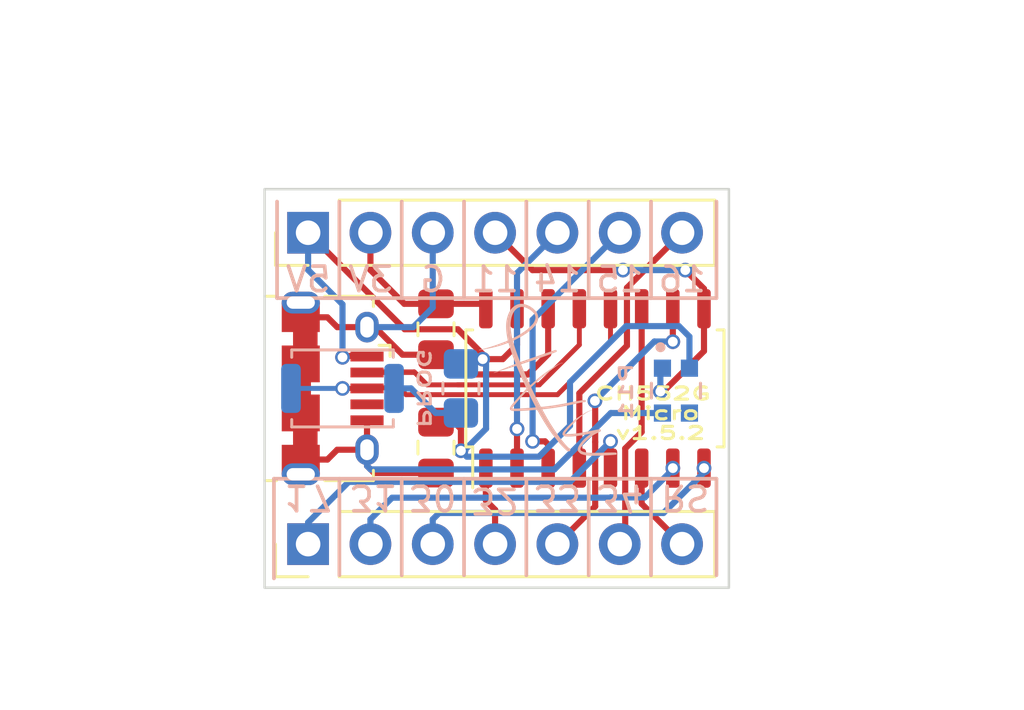
<source format=kicad_pcb>
(kicad_pcb (version 20211014) (generator pcbnew)
  (layers (0 "F.Cu" signal) (31 "B.Cu" signal) (34 "B.Paste" user) (35 "F.Paste" user) (36 "B.SilkS" user "B.Silkscreen") (37 "F.SilkS" user "F.Silkscreen") (38 "B.Mask" user) (39 "F.Mask" user) (44 "Edge.Cuts" user))
  (net 0 "")
  (net 1 "GND")
  (net 2 "VCC")
  (net 3 "+3V3")
  (net 4 "D-")
  (net 5 "D+")
  (net 7 "P1.1")
  (net 8 "P1.4")
  (net 9 "P1.5")
  (net 10 "P1.6")
  (net 11 "P1.7")
  (net 12 "P3.1")
  (net 13 "P3.0")
  (net 14 "P3.2")
  (net 15 "P3.3")
  (net 16 "P3.4")
  (net 17 "RST")
  (net 18 "Net-(R2-Pad2)")
  (footprint "Connector_USB:USB_Micro-B_Amphenol_10118194_Horizontal" (layer "F.Cu") (at 131.552 69.215 -90)
    (fp_text reference "J1" hide)
    (fp_text value "USB_B_Micro")
    (fp_line (start 3.76 2.29) (end 3.76 2.69) (layer "F.SilkS") (width 0.12))
    (fp_line (start 3.76 0.32) (end 3.76 -1.66) (layer "F.SilkS") (width 0.12))
    (fp_line (start -3.76 0.32) (end -3.76 -1.66) (layer "F.SilkS") (width 0.12))
    (fp_line (start -3.76 -1.66) (end -3.34 -1.66) (layer "F.SilkS") (width 0.12))
    (fp_line (start -1.76 -1.89) (end -1.76 -2.34) (layer "F.SilkS") (width 0.12))
    (fp_line (start -3.76 2.69) (end -3.76 2.29) (layer "F.SilkS") (width 0.12))
    (fp_line (start 3.76 -1.66) (end 3.34 -1.66) (layer "F.SilkS") (width 0.12))
    (fp_line (start -1.31 -2.34) (end -1.76 -2.34) (layer "F.SilkS") (width 0.12))
    (pad "1" smd rect (at -1.3 -1.4 270) (size 0.4 1.35) (layers "F.Cu" "F.Paste" "F.Mask") (net 2 "VCC"))
    (pad "2" smd rect (at -0.65 -1.4 270) (size 0.4 1.35) (layers "F.Cu" "F.Paste" "F.Mask") (net 4 "D-"))
    (pad "3" smd rect (at 0 -1.4 270) (size 0.4 1.35) (layers "F.Cu" "F.Paste" "F.Mask") (net 5 "D+"))
    (pad "4" smd rect (at 0.65 -1.4 270) (size 0.4 1.35) (layers "F.Cu" "F.Paste" "F.Mask"))
    (pad "5" smd rect (at 1.3 -1.4 270) (size 0.4 1.35) (layers "F.Cu" "F.Paste" "F.Mask") (net 1 "GND"))
    (pad "6" smd rect (at -1 1.3 270) (size 1.5 1.55) (layers "F.Cu" "F.Paste" "F.Mask") (net 1 "GND"))
    (pad "6" thru_hole oval (at 3.5 1.3 270) (size 0.89 1.55) (drill oval 0.5 1.15) (layers *.Cu *.Mask) (net 1 "GND"))
    (pad "6" smd rect (at 1 1.3 270) (size 1.5 1.55) (layers "F.Cu" "F.Paste" "F.Mask") (net 1 "GND"))
    (pad "6" thru_hole oval (at 2.5 -1.4 270) (size 1.25 0.95) (drill oval 0.85 0.55) (layers *.Cu *.Mask) (net 1 "GND"))
    (pad "6" thru_hole oval (at -2.5 -1.4 270) (size 1.25 0.95) (drill oval 0.85 0.55) (layers *.Cu *.Mask) (net 1 "GND"))
    (pad "6" smd rect (at 2.9 1.3 270) (size 1.2 1.55) (layers "F.Cu" "F.Paste" "F.Mask") (net 1 "GND"))
    (pad "6" thru_hole oval (at -3.5 1.3 270) (size 0.89 1.55) (drill oval 0.5 1.15) (layers *.Cu *.Mask) (net 1 "GND"))
    (pad "6" smd rect (at -2.9 1.3 270) (size 1.2 1.55) (layers "F.Cu" "F.Paste" "F.Mask") (net 1 "GND"))
  )
  (footprint "Connector_PinHeader_2.54mm:PinHeader_1x07_P2.54mm_Vertical" (layer "F.Cu") (at 130.551 62.865 90)
    (fp_text reference "J2" hide)
    (fp_text value "Conn_01x07_Male")
    (fp_line (start -1.33 0) (end -1.33 -1.33) (layer "F.SilkS") (width 0.12))
    (fp_line (start 1.33 1.27) (end 1.33 16.57) (layer "F.SilkS") (width 0.12))
    (fp_line (start -1.33 -1.33) (end 0 -1.33) (layer "F.SilkS") (width 0.12))
    (fp_line (start -1.33 1.27) (end 1.33 1.27) (layer "F.SilkS") (width 0.12))
    (fp_line (start -1.33 1.27) (end -1.33 16.57) (layer "F.SilkS") (width 0.12))
    (fp_line (start -1.33 16.57) (end 1.33 16.57) (layer "F.SilkS") (width 0.12))
    (pad "1" thru_hole rect (at 0 0 90) (size 1.7 1.7) (drill 1) (layers *.Cu *.Mask) (net 2 "VCC"))
    (pad "2" thru_hole oval (at 0 2.54 90) (size 1.7 1.7) (drill 1) (layers *.Cu *.Mask) (net 3 "+3V3"))
    (pad "3" thru_hole oval (at 0 5.08 90) (size 1.7 1.7) (drill 1) (layers *.Cu *.Mask) (net 1 "GND"))
    (pad "4" thru_hole oval (at 0 7.62 90) (size 1.7 1.7) (drill 1) (layers *.Cu *.Mask) (net 7 "P1.1"))
    (pad "5" thru_hole oval (at 0 10.16 90) (size 1.7 1.7) (drill 1) (layers *.Cu *.Mask) (net 8 "P1.4"))
    (pad "6" thru_hole oval (at 0 12.7 90) (size 1.7 1.7) (drill 1) (layers *.Cu *.Mask) (net 9 "P1.5"))
    (pad "7" thru_hole oval (at 0 15.24 90) (size 1.7 1.7) (drill 1) (layers *.Cu *.Mask) (net 10 "P1.6"))
  )
  (footprint "Capacitor_SMD:C_0805_2012Metric_Pad1.18x1.45mm_HandSolder" (layer "F.Cu") (at 135.763 66.802 90)
    (fp_text reference "C2" hide)
    (fp_text value "0.1u")
    (fp_line (start -0.261252 0.735) (end 0.261252 0.735) (layer "F.SilkS") (width 0.12))
    (fp_line (start -0.261252 -0.735) (end 0.261252 -0.735) (layer "F.SilkS") (width 0.12))
    (pad "1" smd roundrect (at -1.0375 0 90) (size 1.175 1.45) (layers "F.Cu" "F.Paste" "F.Mask") (roundrect_rratio 0.2127659574) (net 1 "GND"))
    (pad "2" smd roundrect (at 1.0375 0 90) (size 1.175 1.45) (layers "F.Cu" "F.Paste" "F.Mask") (roundrect_rratio 0.2127659574) (net 3 "+3V3"))
  )
  (footprint "Package_SO:SOIC-16_4.55x10.3mm_P1.27mm" (layer "F.Cu") (at 142.24 69.215 90)
    (fp_text reference "U1" hide)
    (fp_text value "CH552G")
    (fp_line (start -2.385 5.26) (end -2.385 4.98) (layer "F.SilkS") (width 0.12))
    (fp_line (start 0 -5.26) (end 2.385 -5.26) (layer "F.SilkS") (width 0.12))
    (fp_line (start 0 -5.26) (end -2.385 -5.26) (layer "F.SilkS") (width 0.12))
    (fp_line (start 2.385 5.26) (end 2.385 4.98) (layer "F.SilkS") (width 0.12))
    (fp_line (start 0 5.26) (end -2.385 5.26) (layer "F.SilkS") (width 0.12))
    (fp_line (start -2.385 -4.98) (end -4.05 -4.98) (layer "F.SilkS") (width 0.12))
    (fp_line (start 0 5.26) (end 2.385 5.26) (layer "F.SilkS") (width 0.12))
    (fp_line (start 2.385 -5.26) (end 2.385 -4.98) (layer "F.SilkS") (width 0.12))
    (fp_line (start -2.385 -5.26) (end -2.385 -4.98) (layer "F.SilkS") (width 0.12))
    (pad "1" smd roundrect (at -3.25 -4.445 90) (size 1.6 0.55) (layers "F.Cu" "F.Paste" "F.Mask") (net 14 "P3.2"))
    (pad "2" smd roundrect (at -3.25 -3.175 90) (size 1.6 0.55) (layers "F.Cu" "F.Paste" "F.Mask") (net 8 "P1.4"))
    (pad "3" smd roundrect (at -3.25 -1.905 90) (size 1.6 0.55) (layers "F.Cu" "F.Paste" "F.Mask") (net 9 "P1.5"))
    (pad "4" smd roundrect (at -3.25 -0.635 90) (size 1.6 0.55) (layers "F.Cu" "F.Paste" "F.Mask") (net 10 "P1.6"))
    (pad "5" smd roundrect (at -3.25 0.635 90) (size 1.6 0.55) (layers "F.Cu" "F.Paste" "F.Mask") (net 11 "P1.7"))
    (pad "6" smd roundrect (at -3.25 1.905 90) (size 1.6 0.55) (layers "F.Cu" "F.Paste" "F.Mask") (net 17 "RST"))
    (pad "7" smd roundrect (at -3.25 3.175 90) (size 1.6 0.55) (layers "F.Cu" "F.Paste" "F.Mask") (net 12 "P3.1"))
    (pad "8" smd roundrect (at -3.25 4.445 90) (size 1.6 0.55) (layers "F.Cu" "F.Paste" "F.Mask") (net 13 "P3.0"))
    (pad "9" smd roundrect (at 3.25 4.445 90) (size 1.6 0.55) (layers "F.Cu" "F.Paste" "F.Mask") (net 7 "P1.1"))
    (pad "10" smd roundrect (at 3.25 3.175 90) (size 1.6 0.55) (layers "F.Cu" "F.Paste" "F.Mask") (net 15 "P3.3"))
    (pad "11" smd roundrect (at 3.25 1.905 90) (size 1.6 0.55) (layers "F.Cu" "F.Paste" "F.Mask") (net 16 "P3.4"))
    (pad "12" smd roundrect (at 3.25 0.635 90) (size 1.6 0.55) (layers "F.Cu" "F.Paste" "F.Mask") (net 5 "D+"))
    (pad "13" smd roundrect (at 3.25 -0.635 90) (size 1.6 0.55) (layers "F.Cu" "F.Paste" "F.Mask") (net 4 "D-"))
    (pad "14" smd roundrect (at 3.25 -1.905 90) (size 1.6 0.55) (layers "F.Cu" "F.Paste" "F.Mask") (net 1 "GND"))
    (pad "15" smd roundrect (at 3.25 -3.175 90) (size 1.6 0.55) (layers "F.Cu" "F.Paste" "F.Mask") (net 2 "VCC"))
    (pad "16" smd roundrect (at 3.25 -4.445 90) (size 1.6 0.55) (layers "F.Cu" "F.Paste" "F.Mask") (net 3 "+3V3"))
  )
  (footprint "Capacitor_SMD:C_0805_2012Metric_Pad1.18x1.45mm_HandSolder" (layer "F.Cu") (at 135.763 71.628 90)
    (fp_text reference "C1" hide)
    (fp_text value "0.1u")
    (fp_line (start -0.261252 0.735) (end 0.261252 0.735) (layer "F.SilkS") (width 0.12))
    (fp_line (start -0.261252 -0.735) (end 0.261252 -0.735) (layer "F.SilkS") (width 0.12))
    (pad "1" smd roundrect (at -1.0375 0 90) (size 1.175 1.45) (layers "F.Cu" "F.Paste" "F.Mask") (roundrect_rratio 0.2127659574) (net 1 "GND"))
    (pad "2" smd roundrect (at 1.0375 0 90) (size 1.175 1.45) (layers "F.Cu" "F.Paste" "F.Mask") (roundrect_rratio 0.2127659574) (net 2 "VCC"))
  )
  (footprint "Connector_PinHeader_2.54mm:PinHeader_1x07_P2.54mm_Vertical" (layer "F.Cu") (at 130.551 75.565 90)
    (fp_text reference "J3" hide)
    (fp_text value "Conn_01x07_Male")
    (fp_line (start -1.33 0) (end -1.33 -1.33) (layer "F.SilkS") (width 0.12))
    (fp_line (start -1.33 -1.33) (end 0 -1.33) (layer "F.SilkS") (width 0.12))
    (fp_line (start 1.33 1.27) (end 1.33 16.57) (layer "F.SilkS") (width 0.12))
    (fp_line (start -1.33 1.27) (end 1.33 1.27) (layer "F.SilkS") (width 0.12))
    (fp_line (start -1.33 1.27) (end -1.33 16.57) (layer "F.SilkS") (width 0.12))
    (fp_line (start -1.33 16.57) (end 1.33 16.57) (layer "F.SilkS") (width 0.12))
    (pad "1" thru_hole rect (at 0 0 90) (size 1.7 1.7) (drill 1) (layers *.Cu *.Mask) (net 11 "P1.7"))
    (pad "2" thru_hole oval (at 0 2.54 90) (size 1.7 1.7) (drill 1) (layers *.Cu *.Mask) (net 12 "P3.1"))
    (pad "3" thru_hole oval (at 0 5.08 90) (size 1.7 1.7) (drill 1) (layers *.Cu *.Mask) (net 13 "P3.0"))
    (pad "4" thru_hole oval (at 0 7.62 90) (size 1.7 1.7) (drill 1) (layers *.Cu *.Mask) (net 14 "P3.2"))
    (pad "5" thru_hole oval (at 0 10.16 90) (size 1.7 1.7) (drill 1) (layers *.Cu *.Mask) (net 15 "P3.3"))
    (pad "6" thru_hole oval (at 0 12.7 90) (size 1.7 1.7) (drill 1) (layers *.Cu *.Mask) (net 16 "P3.4"))
    (pad "7" thru_hole oval (at 0 15.24 90) (size 1.7 1.7) (drill 1) (layers *.Cu *.Mask) (net 17 "RST"))
  )
  (footprint "Button_Switch_SMD:SW_Push_SPST_NO_Alps_SKRK" (layer "B.Cu") (at 131.953 69.215 180)
    (fp_text reference "SW1" hide)
    (fp_text value "SW_Push")
    (fp_line (start 2.07 1.57) (end 2.07 1.27) (layer "B.SilkS") (width 0.12))
    (fp_line (start -2.07 1.27) (end -2.07 1.57) (layer "B.SilkS") (width 0.12))
    (fp_line (start -2.07 -1.57) (end -2.07 -1.27) (layer "B.SilkS") (width 0.12))
    (fp_line (start 2.07 -1.27) (end 2.07 -1.57) (layer "B.SilkS") (width 0.12))
    (fp_line (start -2.07 1.57) (end 2.07 1.57) (layer "B.SilkS") (width 0.12))
    (fp_line (start 2.07 -1.57) (end -2.07 -1.57) (layer "B.SilkS") (width 0.12))
    (pad "1" smd roundrect (at -2.1 0 180) (size 0.8 2) (layers "B.Cu" "B.Paste" "B.Mask") (net 18 "Net-(R2-Pad2)"))
    (pad "2" smd roundrect (at 2.1 0 180) (size 0.8 2) (layers "B.Cu" "B.Paste" "B.Mask") (net 5 "D+"))
  )
  (footprint "WS2812B-2020:LED_WS2812-2020" (layer "B.Cu") (at 145.542 69.304478 -90)
    (fp_text reference "D2" hide)
    (fp_text value "WS2812B" hide)
    (fp_line (start -0.3 1) (end 0.3 1) (layer "B.SilkS") (width 0.127))
    (fp_line (start -0.3 -1) (end 0.3 -1) (layer "B.SilkS") (width 0.127))
    (fp_circle (center -1.77 0.63) (end -1.667044 0.63) (layer "B.SilkS") (width 0.2) (fill none))
    (pad "1" smd rect (at -0.915 -0.55 270) (size 0.7 0.7) (layers "B.Cu" "B.Paste" "B.Mask") (net 2 "VCC"))
    (pad "2" smd rect (at 0.915 -0.55 90) (size 0.7 0.7) (layers "B.Cu" "B.Paste" "B.Mask"))
    (pad "3" smd rect (at 0.915 0.55 90) (size 0.7 0.7) (layers "B.Cu" "B.Paste" "B.Mask") (net 1 "GND"))
    (pad "4" smd rect (at -0.915 0.55 270) (size 0.7 0.7) (layers "B.Cu" "B.Paste" "B.Mask") (net 7 "P1.1"))
  )
  (footprint "LOGO" (layer "B.Cu") (at 140.335 69.469 -45)
    (fp_text reference "G***" hide)
    (fp_text value "LOGO" hide)
    (fp_poly (pts (xy -0.617445 1.527198) (xy -0.588555 1.514594) (xy -0.555392 1.492579) (xy -0.516786 1.460538) (xy -0.471567 1.41786) (xy -0.434943 1.380906) (xy -0.401015 1.345392) (xy -0.360487 1.301999) (xy -0.315131 1.252706) (xy -0.266721 1.199495) (xy -0.217029 1.144344) (xy -0.16783 1.089235) (xy -0.120896 1.036147) (xy -0.078001 0.98706) (xy -0.040917 0.943954) (xy -0.011419 0.90881) (xy -0.003785 0.899462) (xy 0.010714 0.881765) (xy 0.031154 0.857101) (xy 0.054111 0.829592) (xy 0.065089 0.816506) (xy 0.081167 0.797093) (xy 0.09411 0.782434) (xy 0.106049 0.772389) (xy 0.119112 0.766818) (xy 0.13543 0.76558) (xy 0.157132 0.768535) (xy 0.186348 0.775544) (xy 0.225207 0.786465) (xy 0.275838 0.801158) (xy 0.279976 0.802352) (xy 0.377103 0.829498) (xy 0.481468 0.857106) (xy 0.590429 0.884567) (xy 0.701342 0.911274) (xy 0.811566 0.936619) (xy 0.918458 0.959993) (xy 1.019376 0.980789) (xy 1.111676 0.998399) (xy 1.190834 1.011918) (xy 1.222844 1.016607) (xy 1.266674 1.022498) (xy 1.319709 1.029281) (xy 1.379332 1.036646) (xy 1.442928 1.04428) (xy 1.507882 1.051876) (xy 1.571578 1.059121) (xy 1.631402 1.065706) (xy 1.684736 1.07132) (xy 1.723571 1.075149) (xy 1.769773 1.078701) (xy 1.82232 1.081411) (xy 1.87874 1.083277) (xy 1.93656 1.084301) (xy 1.993309 1.084481) (xy 2.046516 1.083818) (xy 2.093707 1.082312) (xy 2.132412 1.079963) (xy 2.160158 1.076771) (xy 2.168081 1.075145) (xy 2.206763 1.060357) (xy 2.233528 1.039303) (xy 2.247629 1.01271) (xy 2.249714 0.995924) (xy 2.243862 0.96483) (xy 2.228095 0.941605) (xy 2.205096 0.927987) (xy 2.177546 0.925716) (xy 2.153465 0.933529) (xy 2.13314 0.939248) (xy 2.099943 0.942596) (xy 2.055304 0.943667) (xy 2.000655 0.942554) (xy 1.937427 0.939348) (xy 1.867051 0.934145) (xy 1.790958 0.927035) (xy 1.710579 0.918114) (xy 1.627346 0.907472) (xy 1.542689 0.895204) (xy 1.527629 0.892864) (xy 1.39374 0.871045) (xy 1.273948 0.849824) (xy 1.167848 0.829127) (xy 1.091095 0.812566) (xy 1.045371 0.802231) (xy 1.000546 0.792167) (xy 0.960154 0.783165) (xy 0.92773 0.776011) (xy 0.910771 0.772334) (xy 0.877878 0.764879) (xy 0.836356 0.754787) (xy 0.787852 0.742516) (xy 0.734012 0.728521) (xy 0.676483 0.71326) (xy 0.616911 0.697189) (xy 0.556943 0.680766) (xy 0.498226 0.664447) (xy 0.442405 0.64869) (xy 0.391127 0.63395) (xy 0.346039 0.620684) (xy 0.308788 0.60935) (xy 0.281018 0.600405) (xy 0.264378 0.594304) (xy 0.260185 0.591829) (xy 0.26432 0.584603) (xy 0.276032 0.568253) (xy 0.293728 0.544906) (xy 0.315814 0.51669) (xy 0.326422 0.503393) (xy 0.464149 0.328388) (xy 0.593594 0.15675) (xy 0.717302 -0.015125) (xy 0.837818 -0.190843) (xy 0.957688 -0.374011) (xy 1.055721 -0.529772) (xy 1.082652 -0.572709) (xy 1.111404 -0.617607) (xy 1.140666 -0.66251) (xy 1.169127 -0.705462) (xy 1.195475 -0.744505) (xy 1.2184 -0.777684) (xy 1.23659 -0.803042) (xy 1.248734 -0.818622) (xy 1.250887 -0.820981) (xy 1.271467 -0.84536) (xy 1.280171 -0.865917) (xy 1.278012 -0.885504) (xy 1.275719 -0.890953) (xy 1.261152 -0.908336) (xy 1.241257 -0.912926) (xy 1.217764 -0.904613) (xy 1.205042 -0.895444) (xy 1.187116 -0.877354) (xy 1.161715 -0.846998) (xy 1.128927 -0.804497) (xy 1.088841 -0.749973) (xy 1.041544 -0.683549) (xy 0.987124 -0.605346) (xy 0.925668 -0.515485) (xy 0.857264 -0.414091) (xy 0.83268 -0.377372) (xy 0.765195 -0.276671) (xy 0.704366 -0.186572) (xy 0.649028 -0.105452) (xy 0.598012 -0.031685) (xy 0.550152 0.036351) (xy 0.504282 0.10028) (xy 0.459234 0.161725) (xy 0.413842 0.222311) (xy 0.366937 0.28366) (xy 0.317355 0.347396) (xy 0.263927 0.415144) (xy 0.255029 0.426357) (xy 0.224794 0.463932) (xy 0.197131 0.497366) (xy 0.173424 0.525065) (xy 0.155053 0.545434) (xy 0.143402 0.556879) (xy 0.140247 0.5588) (xy 0.129167 0.556543) (xy 0.105876 0.550103) (xy 0.0719 0.539977) (xy 0.028768 0.526661) (xy -0.021994 0.510652) (xy -0.078856 0.492446) (xy -0.140293 0.47254) (xy -0.204777 0.451431) (xy -0.270779 0.429614) (xy -0.336772 0.407588) (xy -0.40123 0.385847) (xy -0.462623 0.36489) (xy -0.519426 0.345212) (xy -0.551543 0.333915) (xy -0.592699 0.319382) (xy -0.629817 0.306352) (xy -0.660455 0.295677) (xy -0.682172 0.288208) (xy -0.6923 0.284861) (xy -0.696944 0.282805) (xy -0.700304 0.278517) (xy -0.702491 0.270079) (xy -0.703617 0.255576) (xy -0.703792 0.23309) (xy -0.703127 0.200705) (xy -0.701734 0.156505) (xy -0.700993 0.134949) (xy -0.696954 0.037073) (xy -0.691485 -0.06336) (xy -0.684424 -0.168527) (xy -0.675604 -0.280607) (xy -0.664863 -0.401775) (xy -0.652036 -0.534209) (xy -0.64619 -0.591747) (xy -0.633164 -0.713764) (xy -0.620585 -0.821948) (xy -0.608355 -0.916969) (xy -0.596379 -0.9995) (xy -0.584558 -1.07021) (xy -0.572796 -1.129771) (xy -0.561989 -1.175129) (xy -0.549073 -1.219901) (xy -0.535634 -1.259084) (xy -0.5225 -1.290804) (xy -0.510496 -1.313183) (xy -0.500449 -1.324347) (xy -0.495972 -1.324994) (xy -0.487347 -1.325454) (xy -0.486229 -1.328285) (xy -0.492329 -1.333936) (xy -0.501214 -1.335314) (xy -0.513598 -1.328373) (xy -0.528031 -1.308359) (xy -0.544003 -1.276486) (xy -0.561007 -1.233969) (xy -0.578532 -1.182021) (xy -0.59607 -1.121857) (xy -0.605017 -1.087761) (xy -0.652544 -0.883089) (xy -0.693717 -0.670787) (xy -0.727953 -0.454852) (xy -0.754669 -0.239282) (xy -0.773282 -0.028076) (xy -0.781448 0.121838) (xy -0.783298 0.161706) (xy -0.785453 0.196229) (xy -0.787715 0.222914) (xy -0.789883 0.23927) (xy -0.791194 0.243217) (xy -0.799366 0.241613) (xy -0.819976 0.235092) (xy -0.851953 0.224042) (xy -0.894226 0.208856) (xy -0.945727 0.189923) (xy -1.005383 0.167636) (xy -1.072124 0.142384) (xy -1.14488 0.114558) (xy -1.1684 0.105504) (xy -1.223283 0.084117) (xy -1.284045 0.060044) (xy -1.347965 0.034395) (xy -1.412319 0.008284) (xy -1.474385 -0.017179) (xy -1.53144 -0.040881) (xy -1.580762 -0.061713) (xy -1.619629 -0.078561) (xy -1.623805 -0.080416) (xy -1.654666 -0.094173) (xy -1.50663 -0.389986) (xy -1.450115 -0.503247) (xy -1.398984 -0.606487) (xy -1.351882 -0.702539) (xy -1.307451 -0.794236) (xy -1.264335 -0.884411) (xy -1.221176 -0.975895) (xy -1.17662 -1.071523) (xy -1.129308 -1.174128) (xy -1.0904 -1.259114) (xy -1.063284 -1.318577) (xy -1.041702 -1.366308) (xy -1.025136 -1.403769) (xy -1.013068 -1.432422) (xy -1.004982 -1.453728) (xy -1.000359 -1.469148) (xy -0.998682 -1.480143) (xy -0.999434 -1.488177) (xy -1.002097 -1.494708) (xy -1.005199 -1.499747) (xy -1.020024 -1.511705) (xy -1.040656 -1.517033) (xy -1.060876 -1.515017) (xy -1.072689 -1.507506) (xy -1.077247 -1.501172) (xy -1.083567 -1.49078) (xy -1.092135 -1.47537) (xy -1.103437 -1.45398) (xy -1.117959 -1.425648) (xy -1.136187 -1.389415) (xy -1.158606 -1.344319) (xy -1.185702 -1.289399) (xy -1.217962 -1.223694) (xy -1.255871 -1.146243) (xy -1.271643 -1.113972) (xy -1.321818 -1.011271) (xy -1.366196 -0.92041) (xy -1.40536 -0.840189) (xy -1.439892 -0.769409) (xy -1.470373 -0.706873) (xy -1.497387 -0.651382) (xy -1.521515 -0.601736) (xy -1.543339 -0.556738) (xy -1.563441 -0.515189) (xy -1.582404 -0.47589) (xy -1.60081 -0.437643) (xy -1.61924 -0.399249) (xy -1.638277 -0.359509) (xy -1.652121 -0.330572) (xy -1.675284 -0.282245) (xy -1.69644 -0.238306) (xy -1.714777 -0.200427) (xy -1.729483 -0.170277) (xy -1.739748 -0.149525) (xy -1.744759 -0.139842) (xy -1.745075 -0.139363) (xy -1.753747 -0.14012) (xy -1.77397 -0.146829) (xy -1.804374 -0.158833) (xy -1.843589 -0.175474) (xy -1.890245 -0.196093) (xy -1.942972 -0.220031) (xy -2.000401 -0.246631) (xy -2.06116 -0.275234) (xy -2.12388 -0.305182) (xy -2.187191 -0.335816) (xy -2.249723 -0.366478) (xy -2.310107 -0.39651) (xy -2.366971 -0.425253) (xy -2.418947 -0.452048) (xy -2.464664 -0.476238) (xy -2.502751 -0.497165) (xy -2.53184 -0.514169) (xy -2.55004 -0.526201) (xy -2.554386 -0.530157) (xy -2.556847 -0.535558) (xy -2.557014 -0.544252) (xy -2.554479 -0.558092) (xy -2.548835 -0.578925) (xy -2.539675 -0.608604) (xy -2.526588 -0.648977) (xy -2.515611 -0.682357) (xy -2.467835 -0.83698) (xy -2.428784 -0.984228) (xy -2.398515 -1.123596) (xy -2.377085 -1.25458) (xy -2.364551 -1.376674) (xy -2.36097 -1.489373) (xy -2.366399 -1.592173) (xy -2.380895 -1.684568) (xy -2.396126 -1.741714) (xy -2.427012 -1.820178) (xy -2.466029 -1.886795) (xy -2.513584 -1.942012) (xy -2.570087 -1.986272) (xy -2.635946 -2.02002) (xy -2.660531 -2.029175) (xy -2.687218 -2.037609) (xy -2.711727 -2.043409) (xy -2.73818 -2.047148) (xy -2.770701 -2.049401) (xy -2.813414 -2.050743) (xy -2.815771 -2.050794) (xy -2.856687 -2.051077) (xy -2.896719 -2.050327) (xy -2.93141 -2.04869) (xy -2.9563 -2.046312) (xy -2.957286 -2.046164) (xy -3.04387 -2.028554) (xy -3.129258 -2.003145) (xy -3.209929 -1.971275) (xy -3.282359 -1.934283) (xy -3.326323 -1.906019) (xy -3.391488 -1.850962) (xy -3.445073 -1.787207) (xy -3.486953 -1.714967) (xy -3.517006 -1.634454) (xy -3.534891 -1.547511) (xy -3.53654 -1.514571) (xy -3.389085 -1.514571) (xy -3.382834 -1.589686) (xy -3.364008 -1.657719) (xy -3.332495 -1.718845) (xy -3.288187 -1.773237) (xy -3.230976 -1.821068) (xy -3.175 -1.855174) (xy -3.134458 -1.873919) (xy -3.085117 -1.892488) (xy -3.032599 -1.909029) (xy -2.982521 -1.921685) (xy -2.960857 -1.92586) (xy -2.910478 -1.932346) (xy -2.856948 -1.935914) (xy -2.80477 -1.936495) (xy -2.758447 -1.934019) (xy -2.727229 -1.929497) (xy -2.669494 -1.91128) (xy -2.619719 -1.882483) (xy -2.577349 -1.84249) (xy -2.541828 -1.790684) (xy -2.512601 -1.726446) (xy -2.494904 -1.67129) (xy -2.489481 -1.650034) (xy -2.485438 -1.629193) (xy -2.482568 -1.60611) (xy -2.480667 -1.578128) (xy -2.479531 -1.542589) (xy -2.478953 -1.496836) (xy -2.478787 -1.462314) (xy -2.479202 -1.398905) (xy -2.480776 -1.341118) (xy -2.483394 -1.291651) (xy -2.486939 -1.253205) (xy -2.48811 -1.2446) (xy -2.495821 -1.197371) (xy -2.50586 -1.142089) (xy -2.517466 -1.082433) (xy -2.529883 -1.022083) (xy -2.54235 -0.964719) (xy -2.554109 -0.914019) (xy -2.564402 -0.873663) (xy -2.565177 -0.870857) (xy -2.57336 -0.842219) (xy -2.583699 -0.807186) (xy -2.59543 -0.768222) (xy -2.607788 -0.727787) (xy -2.620009 -0.688345) (xy -2.63133 -0.652357) (xy -2.640985 -0.622286) (xy -2.648211 -0.600592) (xy -2.652243 -0.58974) (xy -2.652658 -0.589013) (xy -2.660255 -0.590955) (xy -2.67761 -0.600491) (xy -2.702964 -0.616382) (xy -2.734559 -0.637391) (xy -2.770635 -0.662279) (xy -2.809433 -0.68981) (xy -2.849194 -0.718744) (xy -2.888157 -0.747844) (xy -2.924565 -0.775872) (xy -2.956657 -0.80159) (xy -2.967021 -0.810219) (xy -3.063983 -0.897834) (xy -3.148993 -0.9869) (xy -3.221709 -1.076852) (xy -3.281795 -1.167123) (xy -3.328912 -1.257149) (xy -3.362719 -1.346365) (xy -3.38288 -1.434204) (xy -3.389085 -1.514571) (xy -3.53654 -1.514571) (xy -3.539048 -1.464486) (xy -3.530449 -1.376424) (xy -3.509485 -1.284442) (xy -3.476544 -1.189659) (xy -3.432016 -1.093194) (xy -3.376289 -0.996165) (xy -3.309754 -0.899689) (xy -3.309135 -0.898864) (xy -3.253241 -0.830734) (xy -3.185712 -0.759223) (xy -3.108497 -0.686059) (xy -3.023544 -0.612969) (xy -2.932804 -0.541682) (xy -2.838226 -0.473926) (xy -2.803591 -0.450716) (xy -2.770663 -0.42878) (xy -2.748308 -0.412945) (xy -2.73479 -0.401619) (xy -2.728371 -0.393211) (xy -2.727316 -0.386131) (xy -2.72851 -0.381921) (xy -2.745325 -0.340775) (xy -2.767642 -0.288891) (xy -2.794429 -0.22849) (xy -2.824652 -0.161795) (xy -2.857275 -0.091026) (xy -2.891265 -0.018405) (xy -2.925588 0.053848) (xy -2.95921 0.123512) (xy -2.991096 0.188364) (xy -3.020213 0.246185) (xy -3.027958 0.261257) (xy -3.056888 0.31603) (xy -3.089446 0.3756) (xy -3.124034 0.437205) (xy -3.159054 0.498081) (xy -3.19291 0.555465) (xy -3.224003 0.606594) (xy -3.250736 0.648704) (xy -3.260101 0.662774) (xy -3.273755 0.684077) (xy -3.282748 0.700427) (xy -3.285274 0.708514) (xy -3.285149 0.708699) (xy -3.276997 0.708131) (xy -3.262128 0.701822) (xy -3.260913 0.701173) (xy -3.249661 0.6937) (xy -3.248778 0.689845) (xy -3.249812 0.689719) (xy -3.250581 0.684292) (xy -3.243477 0.669883) (xy -3.229707 0.648836) (xy -3.226284 0.644071) (xy -3.210791 0.622202) (xy -3.188812 0.590363) (xy -3.161802 0.550731) (xy -3.131216 0.505485) (xy -3.09851 0.456802) (xy -3.065139 0.406862) (xy -3.032558 0.357842) (xy -3.002224 0.31192) (xy -2.975591 0.271274) (xy -2.954115 0.238084) (xy -2.939251 0.214526) (xy -2.938981 0.214086) (xy -2.905108 0.158738) (xy -2.877521 0.113272) (xy -2.854815 0.07526) (xy -2.835587 0.042276) (xy -2.818431 0.01189) (xy -2.801943 -0.018323) (xy -2.784719 -0.050792) (xy -2.775229 -0.068943) (xy -2.752831 -0.112776) (xy -2.729072 -0.160689) (xy -2.706534 -0.207394) (xy -2.687799 -0.247598) (xy -2.684911 -0.254) (xy -2.670262 -0.286212) (xy -2.657383 -0.31362) (xy -2.647595 -0.333476) (xy -2.642218 -0.343032) (xy -2.642003 -0.343285) (xy -2.632853 -0.343722) (xy -2.616909 -0.337611) (xy -2.611824 -0.334856) (xy -2.579534 -0.316769) (xy -2.537716 -0.294238) (xy -2.488461 -0.268317) (xy -2.433861 -0.240055) (xy -2.376005 -0.210503) (xy -2.316986 -0.180714) (xy -2.258894 -0.151737) (xy -2.203821 -0.124625) (xy -2.153856 -0.100428) (xy -2.111092 -0.080198) (xy -2.077619 -0.064986) (xy -2.061029 -0.057962) (xy -2.039232 -0.048818) (xy -2.009593 -0.035835) (xy -1.977408 -0.021344) (xy -1.966686 -0.016423) (xy -1.933781 -0.001304) (xy -1.900609 0.013826) (xy -1.873004 0.026309) (xy -1.866645 0.029155) (xy -1.846626 0.039529) (xy -1.834075 0.048868) (xy -1.831663 0.053974) (xy -1.865682 0.132129) (xy -1.893953 0.197857) (xy -1.916799 0.251917) (xy -1.934542 0.295068) (xy -1.941313 0.312057) (xy -1.951463 0.337508) (xy -1.965939 0.373319) (xy -1.9835 0.416445) (xy -2.002906 0.463841) (xy -2.022915 0.512462) (xy -2.028565 0.526143) (xy -2.047894 0.57305) (xy -2.06639 0.618197) (xy -2.082966 0.658914) (xy -2.096537 0.692531) (xy -2.106018 0.71638) (xy -2.108231 0.722086) (xy -2.117896 0.745953) (xy -2.131842 0.778639) (xy -2.148193 0.815815) (xy -2.164871 0.852714) (xy -2.183573 0.894514) (xy -2.195517 0.923684) (xy -2.200692 0.94018) (xy -2.199083 0.943956) (xy -2.190678 0.934968) (xy -2.188459 0.932013) (xy -2.182438 0.921842) (xy -2.170949 0.900623) (xy -2.155001 0.870293) (xy -2.135608 0.832792) (xy -2.113782 0.790057) (xy -2.096005 0.754907) (xy -2.056147 0.676112) (xy -2.016301 0.598002) (xy -1.977032 0.521642) (xy -1.938907 0.448097) (xy -1.902492 0.378431) (xy -1.868352 0.31371) (xy -1.837055 0.254998) (xy -1.809166 0.203361) (xy -1.785252 0.159862) (xy -1.765878 0.125568) (xy -1.751611 0.101544) (xy -1.743016 0.088853) (xy -1.740964 0.087086) (xy -1.736321 0.087856) (xy -1.727569 0.090563) (xy -1.713179 0.095802) (xy -1.691619 0.104167) (xy -1.661361 0.116253) (xy -1.620874 0.132654) (xy -1.568629 0.153965) (xy -1.563914 0.155892) (xy -1.280374 0.269206) (xy -1.006076 0.373526) (xy -0.947057 0.395242) (xy -0.905615 0.410501) (xy -0.868429 0.424391) (xy -0.837828 0.436026) (xy -0.816137 0.444522) (xy -0.805682 0.448993) (xy -0.805543 0.449069) (xy -0.802674 0.452432) (xy -0.800258 0.459925) (xy -0.798222 0.472863) (xy -0.796494 0.492561) (xy -0.795002 0.520336) (xy -0.793984 0.548807) (xy -0.710873 0.548807) (xy -0.710537 0.517978) (xy -0.709358 0.497913) (xy -0.70734 0.487866) (xy -0.705757 0.486336) (xy -0.697479 0.488642) (xy -0.677753 0.494988) (xy -0.648833 0.504624) (xy -0.612972 0.516798) (xy -0.573314 0.530452) (xy -0.409919 0.586308) (xy -0.253402 0.638192) (xy -0.116114 0.6823) (xy -0.076891 0.694807) (xy -0.042743 0.705861) (xy -0.015966 0.714705) (xy 0.001141 0.720582) (xy 0.006343 0.722656) (xy 0.002524 0.728564) (xy -0.009613 0.744012) (xy -0.028887 0.767569) (xy -0.054111 0.797804) (xy -0.084102 0.833287) (xy -0.117676 0.872588) (xy -0.120578 0.875968) (xy -0.201857 0.97004) (xy -0.277393 1.056411) (xy -0.346849 1.134721) (xy -0.409884 1.204612) (xy -0.466158 1.265723) (xy -0.515331 1.317697) (xy -0.557063 1.360172) (xy -0.591015 1.392789) (xy -0.616847 1.41519) (xy -0.634219 1.427015) (xy -0.642658 1.428046) (xy -0.64801 1.415933) (xy -0.653794 1.390692) (xy -0.659879 1.353698) (xy -0.666132 1.306326) (xy -0.672421 1.249953) (xy -0.678613 1.185952) (xy -0.684575 1.115699) (xy -0.690175 1.04057) (xy -0.695281 0.961939) (xy -0.69976 0.881183) (xy -0.70348 0.799675) (xy -0.703681 0.794657) (xy -0.706769 0.713324) (xy -0.708994 0.645735) (xy -0.71036 0.591144) (xy -0.710873 0.548807) (xy -0.793984 0.548807) (xy -0.793673 0.557502) (xy -0.792435 0.605374) (xy -0.791216 0.665267) (xy -0.790082 0.730121) (xy -0.788305 0.823726) (xy -0.786213 0.905697) (xy -0.783646 0.978911) (xy -0.780448 1.046247) (xy -0.77646 1.110583) (xy -0.771526 1.174799) (xy -0.765489 1.241773) (xy -0.75819 1.314383) (xy -0.75805 1.315725) (xy -0.750146 1.377459) (xy -0.740457 1.426287) (xy -0.728453 1.463763) (xy -0.713603 1.491442) (xy -0.695376 1.510877) (xy -0.69017 1.514671) (xy -0.667082 1.526623) (xy -0.643231 1.531004)) (layer "B.SilkS") (width 0) (fill solid))
    (fp_poly (pts (xy 2.599773 0.77254) (xy 2.624639 0.770812) (xy 2.645002 0.766665) (xy 2.665866 0.759064) (xy 2.692233 0.746973) (xy 2.693531 0.746353) (xy 2.75321 0.714278) (xy 2.816976 0.673647) (xy 2.880187 0.627505) (xy 2.904084 0.608345) (xy 2.92579 0.590329) (xy 2.942952 0.575868) (xy 2.952659 0.567424) (xy 2.953673 0.566442) (xy 2.959971 0.56025) (xy 2.974816 0.545945) (xy 2.996239 0.525417) (xy 3.022271 0.500556) (xy 3.033495 0.489857) (xy 3.091212 0.433473) (xy 3.154888 0.368803) (xy 3.221528 0.298985) (xy 3.288139 0.227156) (xy 3.351724 0.156454) (xy 3.352155 0.155967) (xy 3.374602 0.130875) (xy 3.400741 0.1021) (xy 3.421249 0.079828) (xy 3.458194 0.039673) (xy 3.49631 -0.002456) (xy 3.534351 -0.045109) (xy 3.571066 -0.08684) (xy 3.605209 -0.126199) (xy 3.63553 -0.161739) (xy 3.66078 -0.192012) (xy 3.679712 -0.215571) (xy 3.691077 -0.230967) (xy 3.693886 -0.23635) (xy 3.687689 -0.26032) (xy 3.671687 -0.277423) (xy 3.649761 -0.285278) (xy 3.625793 -0.281501) (xy 3.622721 -0.280027) (xy 3.609858 -0.270524) (xy 3.587807 -0.25083) (xy 3.557131 -0.221501) (xy 3.518391 -0.183097) (xy 3.472149 -0.136177) (xy 3.41897 -0.081299) (xy 3.359415 -0.019021) (xy 3.351684 -0.010886) (xy 3.267221 0.077929) (xy 3.191858 0.15684) (xy 3.124825 0.226585) (xy 3.065353 0.287902) (xy 3.012673 0.341529) (xy 2.966013 0.388204) (xy 2.924606 0.428666) (xy 2.887682 0.463651) (xy 2.854469 0.493899) (xy 2.8242 0.520147) (xy 2.796105 0.543133) (xy 2.769413 0.563596) (xy 2.743356 0.582273) (xy 2.717163 0.599902) (xy 2.709701 0.60475) (xy 2.654793 0.636981) (xy 2.607775 0.657486) (xy 2.568039 0.666303) (xy 2.534977 0.663473) (xy 2.507979 0.649035) (xy 2.486438 0.623028) (xy 2.48433 0.619383) (xy 2.464339 0.573389) (xy 2.448356 0.515377) (xy 2.436445 0.447298) (xy 2.428673 0.371103) (xy 2.425105 0.288744) (xy 2.425806 0.202171) (xy 2.430842 0.113335) (xy 2.440278 0.024187) (xy 2.454181 -0.063321) (xy 2.460354 -0.094343) (xy 2.467868 -0.128207) (xy 2.476149 -0.161266) (xy 2.486072 -0.196495) (xy 2.498509 -0.236866) (xy 2.514334 -0.285353) (xy 2.531155 -0.335327) (xy 2.572334 -0.456568) (xy 2.557264 -0.476841) (xy 2.536258 -0.494556) (xy 2.511191 -0.499301) (xy 2.485481 -0.490458) (xy 2.48476 -0.489993) (xy 2.47648 -0.481188) (xy 2.461424 -0.46174) (xy 2.440689 -0.433199) (xy 2.41537 -0.397119) (xy 2.386562 -0.35505) (xy 2.355361 -0.308543) (xy 2.337044 -0.280823) (xy 2.264346 -0.170722) (xy 2.198305 -0.071875) (xy 2.138071 0.016888) (xy 2.082799 0.096737) (xy 2.03164 0.168842) (xy 1.983747 0.234374) (xy 1.938272 0.294502) (xy 1.894369 0.350397) (xy 1.851189 0.403228) (xy 1.807885 0.454167) (xy 1.7894 0.475343) (xy 1.748257 0.520919) (xy 1.710308 0.560616) (xy 1.676731 0.593334) (xy 1.648705 0.617974) (xy 1.627409 0.633437) (xy 1.614277 0.638628) (xy 1.605572 0.631565) (xy 1.597383 0.611137) (xy 1.589803 0.578488) (xy 1.582924 0.53476) (xy 1.576836 0.481099) (xy 1.571633 0.418646) (xy 1.567405 0.348546) (xy 1.564246 0.271941) (xy 1.562246 0.189976) (xy 1.561498 0.103794) (xy 1.562093 0.014537) (xy 1.562433 -0.006473) (xy 1.564808 -0.101598) (xy 1.568486 -0.185613) (xy 1.573789 -0.261891) (xy 1.581037 -0.333801) (xy 1.590554 -0.404716) (xy 1.602658 -0.478007) (xy 1.612309 -0.529772) (xy 1.621615 -0.571641) (xy 1.633422 -0.615393) (xy 1.646885 -0.65877) (xy 1.661159 -0.699514) (xy 1.675401 -0.735365) (xy 1.688764 -0.764068) (xy 1.700405 -0.783362) (xy 1.709479 -0.79099) (xy 1.710029 -0.791029) (xy 1.719046 -0.795278) (xy 1.719943 -0.798286) (xy 1.716391 -0.805597) (xy 1.706713 -0.801448) (xy 1.692379 -0.786751) (xy 1.684229 -0.776152) (xy 1.662731 -0.740121) (xy 1.640551 -0.691009) (xy 1.61808 -0.630213) (xy 1.595712 -0.559127) (xy 1.573836 -0.479146) (xy 1.552845 -0.391664) (xy 1.533131 -0.298078) (xy 1.515085 -0.199781) (xy 1.505029 -0.137886) (xy 1.498947 -0.096861) (xy 1.494152 -0.059823) (xy 1.490453 -0.023919) (xy 1.487655 0.013702) (xy 1.485565 0.055894) (xy 1.48399 0.105507) (xy 1.482737 0.165395) (xy 1.482185 0.199099) (xy 1.481519 0.30458) (xy 1.4829 0.399183) (xy 1.486289 0.48212) (xy 1.491648 0.552601) (xy 1.49894 0.609838) (xy 1.502906 0.631371) (xy 1.517487 0.679899) (xy 1.538196 0.715519) (xy 1.564693 0.738048) (xy 1.596643 0.747304) (xy 1.633707 0.743107) (xy 1.675548 0.725275) (xy 1.6764 0.724795) (xy 1.697475 0.710192) (xy 1.725934 0.6866) (xy 1.75971 0.656047) (xy 1.796735 0.620559) (xy 1.834943 0.582165) (xy 1.872266 0.542891) (xy 1.906638 0.504764) (xy 1.934463 0.471714) (xy 1.986825 0.406146) (xy 2.034562 0.345091) (xy 2.079611 0.285915) (xy 2.123907 0.225985) (xy 2.169386 0.162665) (xy 2.217984 0.093323) (xy 2.271638 0.015324) (xy 2.293687 -0.017035) (xy 2.313588 -0.045537) (xy 2.330509 -0.068326) (xy 2.342898 -0.083418) (xy 2.349205 -0.088835) (xy 2.349633 -0.0885) (xy 2.349523 -0.078505) (xy 2.347177 -0.057925) (xy 2.343053 -0.030441) (xy 2.340779 -0.017037) (xy 2.327682 0.076238) (xy 2.320007 0.173293) (xy 2.318048 0.26842) (xy 2.321773 0.352107) (xy 2.331505 0.445058) (xy 2.344263 0.52465) (xy 2.36036 0.59178) (xy 2.380107 0.647349) (xy 2.403816 0.692254) (xy 2.4318 0.727394) (xy 2.460171 0.750929) (xy 2.476077 0.761019) (xy 2.490135 0.76743) (xy 2.506324 0.77099) (xy 2.528624 0.772532) (xy 2.561015 0.772884) (xy 2.5654 0.772886)) (layer "B.SilkS") (width 0) (fill solid))
  )
  (footprint "Resistor_SMD:R_0805_2012Metric_Pad1.20x1.40mm_HandSolder" (layer "B.Cu") (at 136.779 69.215 -90)
    (fp_text reference "R2" hide)
    (fp_text value "1K")
    (fp_line (start -0.227064 0.735) (end 0.227064 0.735) (layer "B.SilkS") (width 0.12))
    (fp_line (start -0.227064 -0.735) (end 0.227064 -0.735) (layer "B.SilkS") (width 0.12))
    (pad "1" smd roundrect (at -1 0 270) (size 1.2 1.4) (layers "B.Cu" "B.Paste" "B.Mask") (roundrect_rratio 0.208333) (net 2 "VCC"))
    (pad "2" smd roundrect (at 1 0 270) (size 1.2 1.4) (layers "B.Cu" "B.Paste" "B.Mask") (roundrect_rratio 0.208333) (net 18 "Net-(R2-Pad2)"))
  )
  (gr_line (start 141.986 72.898) (end 141.986 76.835) (layer "B.SilkS") (width 0.15))
  (gr_line (start 147.193 72.898) (end 147.193 76.835) (layer "B.SilkS") (width 0.15))
  (gr_line (start 141.986 61.595) (end 141.986 65.532) (layer "B.SilkS") (width 0.15))
  (gr_line (start 134.366 72.898) (end 134.366 76.835) (layer "B.SilkS") (width 0.15))
  (gr_line (start 144.526 61.595) (end 144.526 65.532) (layer "B.SilkS") (width 0.15))
  (gr_line (start 144.526 72.898) (end 144.526 76.835) (layer "B.SilkS") (width 0.15))
  (gr_line (start 129.286 65.532) (end 147.193 65.532) (layer "B.SilkS") (width 0.15))
  (gr_line (start 129.159 76.962) (end 129.159 72.898) (layer "B.SilkS") (width 0.15))
  (gr_line (start 129.286 61.595) (end 129.286 65.532) (layer "B.SilkS") (width 0.15))
  (gr_line (start 134.366 61.595) (end 134.366 65.532) (layer "B.SilkS") (width 0.15))
  (gr_line (start 147.193 61.595) (end 147.193 65.532) (layer "B.SilkS") (width 0.15))
  (gr_line (start 131.826 72.898) (end 131.826 76.835) (layer "B.SilkS") (width 0.15))
  (gr_line (start 129.159 72.898) (end 147.193 72.898) (layer "B.SilkS") (width 0.15))
  (gr_line (start 139.446 61.595) (end 139.446 65.532) (layer "B.SilkS") (width 0.15))
  (gr_line (start 139.446 72.898) (end 139.446 76.835) (layer "B.SilkS") (width 0.15))
  (gr_line (start 136.906 61.595) (end 136.906 65.532) (layer "B.SilkS") (width 0.15))
  (gr_line (start 136.906 72.898) (end 136.906 76.835) (layer "B.SilkS") (width 0.15))
  (gr_line (start 131.826 61.595) (end 131.826 65.532) (layer "B.SilkS") (width 0.15))
  (gr_rect (start 147.701 77.343) (end 128.778 61.087) (layer "Edge.Cuts") (width 0.1) (fill none))
  (gr_text "31" (at 133.223 73.66 180) (layer "B.SilkS") (effects (font (size 1 1)) (justify mirror)))
  (gr_text "33" (at 140.716 73.66 180) (layer "B.SilkS") (effects (font (size 1 1)) (justify mirror)))
  (gr_text "5V" (at 130.556 64.77) (layer "B.SilkS") (effects (font (size 1 1)) (justify mirror)))
  (gr_text "P11" (at 143.51 69.342 90) (layer "B.SilkS") (effects (font (size 0.5 0.8) (thickness 0.125)) (justify mirror)))
  (gr_text "G" (at 135.636 64.77) (layer "B.SilkS") (effects (font (size 1 1)) (justify mirror)))
  (gr_text "PROG" (at 135.255 69.215 270) (layer "B.SilkS") (effects (font (size 0.5 0.8) (thickness 0.125)) (justify mirror)))
  (gr_text "11" (at 138.176 64.77) (layer "B.SilkS") (effects (font (size 1 1)) (justify mirror)))
  (gr_text "3V" (at 133.096 64.77) (layer "B.SilkS") (effects (font (size 1 1)) (justify mirror)))
  (gr_text "30" (at 135.636 73.66 180) (layer "B.SilkS") (effects (font (size 1 1)) (justify mirror)))
  (gr_text "15" (at 143.256 64.77) (layer "B.SilkS") (effects (font (size 1 1)) (justify mirror)))
  (gr_text "17" (at 130.556 73.66 180) (layer "B.SilkS") (effects (font (size 1 1)) (justify mirror)))
  (gr_text "16" (at 145.796 64.77) (layer "B.SilkS") (effects (font (size 1 1)) (justify mirror)))
  (gr_text "32" (at 138.176 73.787 180) (layer "B.SilkS") (effects (font (size 1 1)) (justify mirror)))
  (gr_text "RS" (at 145.923 73.66 180) (layer "B.SilkS") (effects (font (size 1 1)) (justify mirror)))
  (gr_text "14" (at 140.716 64.77) (layer "B.SilkS") (effects (font (size 1 1)) (justify mirror)))
  (gr_text "34" (at 143.256 73.66 180) (layer "B.SilkS") (effects (font (size 1 1)) (justify mirror)))
  (gr_text "CH552G \nMicro\nv1.5.2" (at 144.907 70.231) (layer "F.SilkS") (effects (font (size 0.5 0.8) (thickness 0.125))))
  (segment (start 135.657989 67.8395) (end 135.763 67.8395) (width 1) (layer "F.Cu") (net 1))
  (segment (start 133.276022 66.715) (end 134.400522 67.8395) (width 0.25) (layer "F.Cu") (net 1))
  (segment (start 135.763 67.8395) (end 136.0385 67.8395) (width 0.25) (layer "F.Cu") (net 1))
  (segment (start 133.2445 72.6655) (end 135.763 72.6655) (width 0.25) (layer "F.Cu") (net 1))
  (segment (start 130.437 66.46) (end 130.437 67.96) (width 1) (layer "F.Cu") (net 1))
  (segment (start 139.50804 68.64496) (end 140.335 67.818) (width 0.25) (layer "F.Cu") (net 1))
  (segment (start 136.84396 68.64496) (end 139.50804 68.64496) (width 0.25) (layer "F.Cu") (net 1))
  (segment (start 130.437 71.92) (end 130.437 70.42) (width 1) (layer "F.Cu") (net 1))
  (segment (start 131.339 66.315) (end 131.739 66.715) (width 0.25) (layer "F.Cu") (net 1))
  (segment (start 131.739 71.715) (end 132.952 71.715) (width 0.25) (layer "F.Cu") (net 1))
  (segment (start 134.400522 67.8395) (end 135.763 67.8395) (width 0.25) (layer "F.Cu") (net 1))
  (segment (start 130.252 66.315) (end 131.339 66.315) (width 0.25) (layer "F.Cu") (net 1))
  (segment (start 140.335 67.818) (end 140.335 65.965) (width 0.25) (layer "F.Cu") (net 1))
  (segment (start 132.952 66.715) (end 133.276022 66.715) (width 0.25) (layer "F.Cu") (net 1))
  (segment (start 130.437 70.42) (end 130.167 70.15) (width 1) (layer "F.Cu") (net 1))
  (segment (start 132.952 70.515) (end 132.952 71.715) (width 0.25) (layer "F.Cu") (net 1))
  (segment (start 132.952 71.715) (end 132.952 72.373) (width 0.25) (layer "F.Cu") (net 1))
  (segment (start 136.0385 67.8395) (end 136.84396 68.64496) (width 0.25) (layer "F.Cu") (net 1))
  (segment (start 131.739 66.715) (end 132.952 66.715) (width 0.25) (layer "F.Cu") (net 1))
  (segment (start 130.437 67.96) (end 130.167 68.23) (width 1) (layer "F.Cu") (net 1))
  (segment (start 132.952 72.373) (end 133.2445 72.6655) (width 0.25) (layer "F.Cu") (net 1))
  (segment (start 131.339 72.115) (end 131.739 71.715) (width 0.25) (layer "F.Cu") (net 1))
  (segment (start 130.167 68.23) (end 130.167 70.15) (width 1) (layer "F.Cu") (net 1))
  (segment (start 130.252 72.115) (end 131.339 72.115) (width 0.25) (layer "F.Cu") (net 1))
  (segment (start 132.952 66.715) (end 134.834 66.715) (width 0.25) (layer "B.Cu") (net 1))
  (segment (start 134.834 66.715) (end 135.631 65.918) (width 0.25) (layer "B.Cu") (net 1))
  (segment (start 133.096 72.517) (end 132.952 72.373) (width 0.25) (layer "B.Cu") (net 1))
  (segment (start 140.589 72.517) (end 133.096 72.517) (width 0.25) (layer "B.Cu") (net 1))
  (segment (start 135.631 62.865) (end 135.631 65.918) (width 0.25) (layer "B.Cu") (net 1))
  (segment (start 132.952 72.373) (end 132.952 71.715) (width 0.25) (layer "B.Cu") (net 1))
  (segment (start 140.589 72.517) (end 142.886522 70.219478) (width 0.25) (layer "B.Cu") (net 1))
  (segment (start 142.886522 70.219478) (end 144.992 70.219478) (width 0.25) (layer "B.Cu") (net 1))
  (segment (start 134.488 66.802) (end 136.652 66.802) (width 0.25) (layer "F.Cu") (net 2))
  (segment (start 138.516359 67.985641) (end 139.065 67.437) (width 0.25) (layer "F.Cu") (net 2))
  (segment (start 136.779 71.755) (end 136.779 70.866) (width 0.25) (layer "F.Cu") (net 2))
  (segment (start 137.668 67.818) (end 137.668 68.02046) (width 0.25) (layer "F.Cu") (net 2))
  (segment (start 139.065 67.437) (end 139.065 65.965) (width 0.25) (layer "F.Cu") (net 2))
  (segment (start 136.652 66.802) (end 137.668 67.818) (width 0.25) (layer "F.Cu") (net 2))
  (segment (start 136.779 70.866) (end 136.5035 70.5905) (width 0.25) (layer "F.Cu") (net 2))
  (segment (start 136.5035 70.5905) (end 135.763 70.5905) (width 0.25) (layer "F.Cu") (net 2))
  (segment (start 138.516359 67.985641) (end 138.48154 68.02046) (width 0.25) (layer "F.Cu") (net 2))
  (segment (start 133.317 67.89) (end 132.008 67.89) (width 0.25) (layer "F.Cu") (net 2))
  (segment (start 136.652 66.802) (end 137.287 67.437) (width 0.25) (layer "F.Cu") (net 2))
  (segment (start 130.551 62.865) (end 134.488 66.802) (width 0.25) (layer "F.Cu") (net 2))
  (segment (start 138.48154 68.02046) (end 137.668 68.02046) (width 0.25) (layer "F.Cu") (net 2))
  (segment (start 132.008 67.89) (end 131.953 67.945) (width 0.25) (layer "F.Cu") (net 2))
  (via (at 136.779 71.755) (size 0.6) (drill 0.4) (layers "F.Cu" "B.Cu") (net 2))
  (via (at 131.953 67.945) (size 0.6) (drill 0.4) (layers "F.Cu" "B.Cu") (net 2))
  (via (at 137.668 68.02046) (size 0.6) (drill 0.4) (layers "F.Cu" "B.Cu") (net 2))
  (segment (start 145.663193 66.675) (end 146.092 67.103807) (width 0.25) (layer "B.Cu") (net 2))
  (segment (start 131.953 65.786) (end 130.551 64.384) (width 0.25) (layer "B.Cu") (net 2))
  (segment (start 139.958682 71.998511) (end 141.224 70.733193) (width 0.25) (layer "B.Cu") (net 2))
  (segment (start 137.80352 70.85748) (end 136.906 71.755) (width 0.25) (layer "B.Cu") (net 2))
  (segment (start 146.092 67.103807) (end 146.092 68.389478) (width 0.25) (layer "B.Cu") (net 2))
  (segment (start 130.551 64.384) (end 130.551 62.865) (width 0.25) (layer "B.Cu") (net 2))
  (segment (start 137.80352 68.15598) (end 137.80352 70.85748) (width 0.25) (layer "B.Cu") (net 2))
  (segment (start 137.668 68.02046) (end 137.80352 68.15598) (width 0.25) (layer "B.Cu") (net 2))
  (segment (start 136.779 71.755) (end 137.022511 71.998511) (width 0.25) (layer "B.Cu") (net 2))
  (segment (start 141.224 70.733193) (end 141.224 68.961) (width 0.25) (layer "B.Cu") (net 2))
  (segment (start 131.953 67.945) (end 131.953 65.786) (width 0.25) (layer "B.Cu") (net 2))
  (segment (start 136.906 71.755) (end 136.779 71.755) (width 0.25) (layer "B.Cu") (net 2))
  (segment (start 141.224 68.961) (end 143.51 66.675) (width 0.25) (layer "B.Cu") (net 2))
  (segment (start 143.51 66.675) (end 145.663193 66.675) (width 0.25) (layer "B.Cu") (net 2))
  (segment (start 137.668 68.02046) (end 136.32254 68.02046) (width 0.25) (layer "B.Cu") (net 2))
  (segment (start 137.022511 71.998511) (end 139.958682 71.998511) (width 0.25) (layer "B.Cu") (net 2))
  (segment (start 133.091 64.384) (end 133.091 62.865) (width 0.25) (layer "F.Cu") (net 3))
  (segment (start 135.763 65.7645) (end 137.5945 65.7645) (width 0.25) (layer "F.Cu") (net 3))
  (segment (start 134.4715 65.7645) (end 133.091 64.384) (width 0.25) (layer "F.Cu") (net 3))
  (segment (start 137.5945 65.7645) (end 137.795 65.965) (width 0.25) (layer "F.Cu") (net 3))
  (segment (start 135.763 65.7645) (end 134.4715 65.7645) (width 0.25) (layer "F.Cu") (net 3))
  (segment (start 132.952 68.565) (end 134.898862 68.565) (width 0.2) (layer "F.Cu") (net 4))
  (segment (start 141.605 67.437) (end 139.97252 69.06948) (width 0.2) (layer "F.Cu") (net 4))
  (segment (start 141.605 65.965) (end 141.605 67.437) (width 0.2) (layer "F.Cu") (net 4))
  (segment (start 136.63348 69.06948) (end 139.97252 69.06948) (width 0.2) (layer "F.Cu") (net 4))
  (segment (start 134.898862 68.565) (end 135.403342 69.06948) (width 0.2) (layer "F.Cu") (net 4))
  (segment (start 135.403342 69.06948) (end 136.92452 69.06948) (width 0.2) (layer "F.Cu") (net 4))
  (segment (start 134.873862 68.54) (end 135.060382 68.72652) (width 0.2) (layer "F.Cu") (net 4))
  (segment (start 133.317 68.54) (end 134.873862 68.54) (width 0.2) (layer "F.Cu") (net 4))
  (segment (start 133.317 69.19) (end 134.264 69.19) (width 0.2) (layer "F.Cu") (net 5))
  (segment (start 134.264 69.19) (end 134.543 69.469) (width 0.2) (layer "F.Cu") (net 5))
  (segment (start 131.953 69.215) (end 133.292 69.215) (width 0.2) (layer "F.Cu") (net 5))
  (segment (start 140.716 69.469) (end 142.875 67.31) (width 0.2) (layer "F.Cu") (net 5))
  (segment (start 142.875 67.31) (end 142.875 65.965) (width 0.2) (layer "F.Cu") (net 5))
  (segment (start 134.543 69.469) (end 140.716 69.469) (width 0.2) (layer "F.Cu") (net 5))
  (segment (start 133.292 69.215) (end 133.317 69.19) (width 0.2) (layer "F.Cu") (net 5))
  (via (at 131.953 69.215) (size 0.6) (drill 0.4) (layers "F.Cu" "B.Cu") (net 5))
  (segment (start 129.853 69.215) (end 131.953 69.215) (width 0.2) (layer "B.Cu") (net 5))
  (segment (start 138.171 62.865) (end 139.695 64.389) (width 0.25) (layer "F.Cu") (net 7))
  (segment (start 146.685 65.151) (end 145.923 64.389) (width 0.25) (layer "F.Cu") (net 7))
  (segment (start 145.034 69.342) (end 144.907 69.342) (width 0.25) (layer "F.Cu") (net 7))
  (segment (start 146.685 65.965) (end 146.685 67.691) (width 0.25) (layer "F.Cu") (net 7))
  (segment (start 139.695 64.389) (end 143.383 64.389) (width 0.25) (layer "F.Cu") (net 7))
  (segment (start 146.685 67.691) (end 145.034 69.342) (width 0.25) (layer "F.Cu") (net 7))
  (segment (start 146.685 65.965) (end 146.685 65.151) (width 0.25) (layer "F.Cu") (net 7))
  (via (at 144.907 69.342) (size 0.6) (drill 0.4) (layers "F.Cu" "B.Cu") (net 7))
  (via (at 143.383 64.389) (size 0.6) (drill 0.4) (layers "F.Cu" "B.Cu") (net 7))
  (via (at 145.923 64.389) (size 0.6) (drill 0.4) (layers "F.Cu" "B.Cu") (net 7))
  (segment (start 144.907 69.342) (end 144.907 68.474478) (width 0.25) (layer "B.Cu") (net 7))
  (segment (start 144.907 68.474478) (end 144.992 68.389478) (width 0.25) (layer "B.Cu") (net 7))
  (segment (start 145.923 64.389) (end 143.383 64.389) (width 0.25) (layer "B.Cu") (net 7))
  (segment (start 139.065 70.866) (end 139.065 72.465) (width 0.25) (layer "F.Cu") (net 8))
  (via (at 139.065 70.866) (size 0.6) (drill 0.4) (layers "F.Cu" "B.Cu") (net 8))
  (segment (start 139.065 64.511) (end 139.065 70.104) (width 0.25) (layer "B.Cu") (net 8))
  (segment (start 139.065 70.104) (end 139.065 70.866) (width 0.25) (layer "B.Cu") (net 8))
  (segment (start 140.711 62.865) (end 139.065 64.511) (width 0.25) (layer "B.Cu") (net 8))
  (segment (start 139.7 71.374) (end 140.208 71.374) (width 0.25) (layer "F.Cu") (net 9))
  (segment (start 140.335 71.501) (end 140.335 72.465) (width 0.25) (layer "F.Cu") (net 9))
  (segment (start 140.208 71.374) (end 140.335 71.501) (width 0.25) (layer "F.Cu") (net 9))
  (via (at 139.7 71.374) (size 0.6) (drill 0.4) (layers "F.Cu" "B.Cu") (net 9))
  (segment (start 140.721242 65.394758) (end 140.9675 65.1485) (width 0.25) (layer "B.Cu") (net 9))
  (segment (start 143.251 62.865) (end 140.9675 65.1485) (width 0.25) (layer "B.Cu") (net 9))
  (segment (start 139.7 66.416) (end 139.7 71.374) (width 0.25) (layer "B.Cu") (net 9))
  (segment (start 140.721242 65.394758) (end 139.7 66.416) (width 0.25) (layer "B.Cu") (net 9))
  (segment (start 143.54548 67.47248) (end 143.54548 65.11052) (width 0.25) (layer "F.Cu") (net 10))
  (segment (start 143.54548 65.11052) (end 145.791 62.865) (width 0.25) (layer "F.Cu") (net 10))
  (segment (start 141.605 69.41296) (end 143.54548 67.47248) (width 0.25) (layer "F.Cu") (net 10))
  (segment (start 141.571603 72.431603) (end 141.605 72.465) (width 0.25) (layer "F.Cu") (net 10))
  (segment (start 141.605 72.465) (end 141.605 69.41296) (width 0.25) (layer "F.Cu") (net 10))
  (segment (start 142.875 71.374) (end 142.875 72.465) (width 0.25) (layer "F.Cu") (net 11))
  (via (at 142.875 71.374) (size 0.6) (drill 0.4) (layers "F.Cu" "B.Cu") (net 11))
  (segment (start 142.875 71.374) (end 141.224 73.025) (width 0.25) (layer "B.Cu") (net 11))
  (segment (start 132.207 73.025) (end 130.551 74.681) (width 0.25) (layer "B.Cu") (net 11))
  (segment (start 141.224 73.025) (end 132.207 73.025) (width 0.25) (layer "B.Cu") (net 11))
  (segment (start 130.551 74.681) (end 130.551 75.565) (width 0.25) (layer "B.Cu") (net 11))
  (via (at 145.415 72.465) (size 0.6) (drill 0.4) (layers "F.Cu" "B.Cu") (net 12))
  (segment (start 142.8645 73.6705) (end 133.975218 73.6705) (width 0.25) (layer "B.Cu") (net 12))
  (segment (start 145.415 72.465) (end 145.415 72.517) (width 0.25) (layer "B.Cu") (net 12))
  (segment (start 142.8645 73.6705) (end 142.875 73.66) (width 0.25) (layer "B.Cu") (net 12))
  (segment (start 133.975218 73.6705) (end 133.091 74.554718) (width 0.25) (layer "B.Cu") (net 12))
  (segment (start 145.415 72.517) (end 144.272 73.66) (width 0.25) (layer "B.Cu") (net 12))
  (segment (start 142.875 73.66) (end 144.272 73.66) (width 0.25) (layer "B.Cu") (net 12))
  (segment (start 133.091 74.554718) (end 133.091 75.565) (width 0.25) (layer "B.Cu") (net 12))
  (via (at 146.685 72.465) (size 0.6) (drill 0.4) (layers "F.Cu" "B.Cu") (net 13))
  (segment (start 135.631 74.554) (end 135.89 74.295) (width 0.25) (layer "B.Cu") (net 13))
  (segment (start 135.631 75.565) (end 135.631 74.554) (width 0.25) (layer "B.Cu") (net 13))
  (segment (start 146.685 72.465) (end 146.685 72.644) (width 0.25) (layer "B.Cu") (net 13))
  (segment (start 135.89 74.295) (end 145.034 74.295) (width 0.25) (layer "B.Cu") (net 13))
  (segment (start 146.685 72.644) (end 145.034 74.295) (width 0.25) (layer "B.Cu") (net 13))
  (segment (start 137.795 73.787) (end 138.176 74.168) (width 0.25) (layer "F.Cu") (net 14))
  (segment (start 138.176 74.168) (end 138.171 74.173) (width 0.25) (layer "F.Cu") (net 14))
  (segment (start 138.171 74.173) (end 138.171 75.565) (width 0.25) (layer "F.Cu") (net 14))
  (segment (start 137.795 72.465) (end 137.795 73.787) (width 0.25) (layer "F.Cu") (net 14))
  (segment (start 142.250489 71.400198) (end 142.250489 72.760511) (width 0.25) (layer "F.Cu") (net 15))
  (segment (start 140.711 75.565) (end 142.250489 74.025511) (width 0.25) (layer "F.Cu") (net 15))
  (segment (start 142.250489 74.025511) (end 142.250489 72.760511) (width 0.25) (layer "F.Cu") (net 15))
  (segment (start 145.415 67.31) (end 145.415 65.965) (width 0.25) (layer "F.Cu") (net 15))
  (segment (start 142.250489 71.400198) (end 142.250489 69.733489) (width 0.25) (layer "F.Cu") (net 15))
  (segment (start 142.250489 69.733489) (end 142.24 69.723) (width 0.25) (layer "F.Cu") (net 15))
  (via (at 142.24 69.723) (size 0.6) (drill 0.4) (layers "F.Cu" "B.Cu") (net 15))
  (via (at 145.415 67.31) (size 0.6) (drill 0.4) (layers "F.Cu" "B.Cu") (net 15))
  (segment (start 145.40648 67.30148) (end 145.415 67.31) (width 0.25) (layer "B.Cu") (net 15))
  (segment (start 144.66152 67.30148) (end 145.40648 67.30148) (width 0.25) (layer "B.Cu") (net 15))
  (segment (start 142.24 69.723) (end 144.66152 67.30148) (width 0.25) (layer "B.Cu") (net 15))
  (segment (start 144.145 65.965) (end 144.145 70.993) (width 0.25) (layer "F.Cu") (net 16))
  (segment (start 144.145 70.993) (end 143.47452 71.66348) (width 0.25) (layer "F.Cu") (net 16))
  (segment (start 143.47452 71.66348) (end 143.47452 75.34148) (width 0.25) (layer "F.Cu") (net 16))
  (segment (start 143.47452 75.34148) (end 143.251 75.565) (width 0.25) (layer "F.Cu") (net 16))
  (segment (start 144.145 73.919) (end 144.145 72.465) (width 0.25) (layer "F.Cu") (net 17))
  (segment (start 145.791 75.565) (end 144.145 73.919) (width 0.25) (layer "F.Cu") (net 17))
  (segment (start 134.053 69.215) (end 134.053 69.918) (width 0.25) (layer "B.Cu") (net 18))
  (segment (start 134.053 69.215) (end 134.747 69.215) (width 0.25) (layer "B.Cu") (net 18))
  (segment (start 136.779 70.215) (end 135.747 70.215) (width 0.25) (layer "B.Cu") (net 18))
  (segment (start 135.747 70.215) (end 134.747 69.215) (width 0.25) (layer "B.Cu") (net 18))
)
</source>
